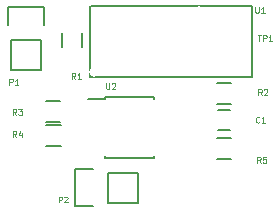
<source format=gbr>
G04 #@! TF.FileFunction,Legend,Top*
%FSLAX46Y46*%
G04 Gerber Fmt 4.6, Leading zero omitted, Abs format (unit mm)*
G04 Created by KiCad (PCBNEW 0.201506122246+5743~23~ubuntu14.10.1-product) date Sun 14 Jun 2015 08:35:05 PM EDT*
%MOMM*%
G01*
G04 APERTURE LIST*
%ADD10C,0.100000*%
%ADD11C,0.150000*%
%ADD12R,1.500000X1.250000*%
%ADD13R,2.032000X2.032000*%
%ADD14O,2.032000X2.032000*%
%ADD15R,1.300000X1.500000*%
%ADD16R,1.500000X1.300000*%
%ADD17R,1.550000X0.600000*%
%ADD18C,0.800000*%
%ADD19C,1.400000*%
%ADD20C,1.524000*%
G04 APERTURE END LIST*
D10*
D11*
X169206800Y-93434800D02*
X168206800Y-93434800D01*
X168206800Y-95134800D02*
X169206800Y-95134800D01*
X153212800Y-87528400D02*
X153212800Y-90068400D01*
X153492800Y-84708400D02*
X153492800Y-86258400D01*
X153212800Y-87528400D02*
X150672800Y-87528400D01*
X150392800Y-86258400D02*
X150392800Y-84708400D01*
X150392800Y-84708400D02*
X153492800Y-84708400D01*
X150672800Y-87528400D02*
X150672800Y-90068400D01*
X150672800Y-90068400D02*
X153212800Y-90068400D01*
X158902400Y-98755200D02*
X161442400Y-98755200D01*
X156082400Y-98475200D02*
X157632400Y-98475200D01*
X158902400Y-98755200D02*
X158902400Y-101295200D01*
X157632400Y-101575200D02*
X156082400Y-101575200D01*
X156082400Y-101575200D02*
X156082400Y-98475200D01*
X158902400Y-101295200D02*
X161442400Y-101295200D01*
X161442400Y-101295200D02*
X161442400Y-98755200D01*
X156729400Y-86928400D02*
X156729400Y-88128400D01*
X154979400Y-88128400D02*
X154979400Y-86928400D01*
X169306800Y-92924600D02*
X168106800Y-92924600D01*
X168106800Y-91174600D02*
X169306800Y-91174600D01*
X154828800Y-94448600D02*
X153628800Y-94448600D01*
X153628800Y-92698600D02*
X154828800Y-92698600D01*
X153679600Y-94730600D02*
X154879600Y-94730600D01*
X154879600Y-96480600D02*
X153679600Y-96480600D01*
X168106800Y-95848200D02*
X169306800Y-95848200D01*
X169306800Y-97598200D02*
X168106800Y-97598200D01*
X158605400Y-92370200D02*
X158605400Y-92515200D01*
X162755400Y-92370200D02*
X162755400Y-92515200D01*
X162755400Y-97520200D02*
X162755400Y-97375200D01*
X158605400Y-97520200D02*
X158605400Y-97375200D01*
X158605400Y-92370200D02*
X162755400Y-92370200D01*
X158605400Y-97520200D02*
X162755400Y-97520200D01*
X158605400Y-92515200D02*
X157205400Y-92515200D01*
X157474500Y-84630000D02*
X171074500Y-84630000D01*
X171074500Y-84630000D02*
X171074500Y-90630000D01*
X171074500Y-90630000D02*
X157474500Y-90630000D01*
X157374500Y-84630000D02*
X157374500Y-90630000D01*
D10*
X171722267Y-94463371D02*
X171698457Y-94487181D01*
X171627029Y-94510990D01*
X171579410Y-94510990D01*
X171507981Y-94487181D01*
X171460362Y-94439562D01*
X171436553Y-94391943D01*
X171412743Y-94296705D01*
X171412743Y-94225276D01*
X171436553Y-94130038D01*
X171460362Y-94082419D01*
X171507981Y-94034800D01*
X171579410Y-94010990D01*
X171627029Y-94010990D01*
X171698457Y-94034800D01*
X171722267Y-94058610D01*
X172198457Y-94510990D02*
X171912743Y-94510990D01*
X172055600Y-94510990D02*
X172055600Y-94010990D01*
X172007981Y-94082419D01*
X171960362Y-94130038D01*
X171912743Y-94153848D01*
X150557753Y-91310590D02*
X150557753Y-90810590D01*
X150748229Y-90810590D01*
X150795848Y-90834400D01*
X150819657Y-90858210D01*
X150843467Y-90905829D01*
X150843467Y-90977257D01*
X150819657Y-91024876D01*
X150795848Y-91048686D01*
X150748229Y-91072495D01*
X150557753Y-91072495D01*
X151319657Y-91310590D02*
X151033943Y-91310590D01*
X151176800Y-91310590D02*
X151176800Y-90810590D01*
X151129181Y-90882019D01*
X151081562Y-90929638D01*
X151033943Y-90953448D01*
X154723353Y-101267390D02*
X154723353Y-100767390D01*
X154913829Y-100767390D01*
X154961448Y-100791200D01*
X154985257Y-100815010D01*
X155009067Y-100862629D01*
X155009067Y-100934057D01*
X154985257Y-100981676D01*
X154961448Y-101005486D01*
X154913829Y-101029295D01*
X154723353Y-101029295D01*
X155199543Y-100815010D02*
X155223353Y-100791200D01*
X155270972Y-100767390D01*
X155390019Y-100767390D01*
X155437638Y-100791200D01*
X155461448Y-100815010D01*
X155485257Y-100862629D01*
X155485257Y-100910248D01*
X155461448Y-100981676D01*
X155175734Y-101267390D01*
X155485257Y-101267390D01*
X156126667Y-90802590D02*
X155960000Y-90564495D01*
X155840953Y-90802590D02*
X155840953Y-90302590D01*
X156031429Y-90302590D01*
X156079048Y-90326400D01*
X156102857Y-90350210D01*
X156126667Y-90397829D01*
X156126667Y-90469257D01*
X156102857Y-90516876D01*
X156079048Y-90540686D01*
X156031429Y-90564495D01*
X155840953Y-90564495D01*
X156602857Y-90802590D02*
X156317143Y-90802590D01*
X156460000Y-90802590D02*
X156460000Y-90302590D01*
X156412381Y-90374019D01*
X156364762Y-90421638D01*
X156317143Y-90445448D01*
X171925467Y-92174190D02*
X171758800Y-91936095D01*
X171639753Y-92174190D02*
X171639753Y-91674190D01*
X171830229Y-91674190D01*
X171877848Y-91698000D01*
X171901657Y-91721810D01*
X171925467Y-91769429D01*
X171925467Y-91840857D01*
X171901657Y-91888476D01*
X171877848Y-91912286D01*
X171830229Y-91936095D01*
X171639753Y-91936095D01*
X172115943Y-91721810D02*
X172139753Y-91698000D01*
X172187372Y-91674190D01*
X172306419Y-91674190D01*
X172354038Y-91698000D01*
X172377848Y-91721810D01*
X172401657Y-91769429D01*
X172401657Y-91817048D01*
X172377848Y-91888476D01*
X172092134Y-92174190D01*
X172401657Y-92174190D01*
X151148267Y-93850590D02*
X150981600Y-93612495D01*
X150862553Y-93850590D02*
X150862553Y-93350590D01*
X151053029Y-93350590D01*
X151100648Y-93374400D01*
X151124457Y-93398210D01*
X151148267Y-93445829D01*
X151148267Y-93517257D01*
X151124457Y-93564876D01*
X151100648Y-93588686D01*
X151053029Y-93612495D01*
X150862553Y-93612495D01*
X151314934Y-93350590D02*
X151624457Y-93350590D01*
X151457791Y-93541067D01*
X151529219Y-93541067D01*
X151576838Y-93564876D01*
X151600648Y-93588686D01*
X151624457Y-93636305D01*
X151624457Y-93755352D01*
X151600648Y-93802971D01*
X151576838Y-93826781D01*
X151529219Y-93850590D01*
X151386362Y-93850590D01*
X151338743Y-93826781D01*
X151314934Y-93802971D01*
X151148267Y-95730190D02*
X150981600Y-95492095D01*
X150862553Y-95730190D02*
X150862553Y-95230190D01*
X151053029Y-95230190D01*
X151100648Y-95254000D01*
X151124457Y-95277810D01*
X151148267Y-95325429D01*
X151148267Y-95396857D01*
X151124457Y-95444476D01*
X151100648Y-95468286D01*
X151053029Y-95492095D01*
X150862553Y-95492095D01*
X151576838Y-95396857D02*
X151576838Y-95730190D01*
X151457791Y-95206381D02*
X151338743Y-95563524D01*
X151648267Y-95563524D01*
X171823867Y-97914590D02*
X171657200Y-97676495D01*
X171538153Y-97914590D02*
X171538153Y-97414590D01*
X171728629Y-97414590D01*
X171776248Y-97438400D01*
X171800057Y-97462210D01*
X171823867Y-97509829D01*
X171823867Y-97581257D01*
X171800057Y-97628876D01*
X171776248Y-97652686D01*
X171728629Y-97676495D01*
X171538153Y-97676495D01*
X172276248Y-97414590D02*
X172038153Y-97414590D01*
X172014343Y-97652686D01*
X172038153Y-97628876D01*
X172085772Y-97605067D01*
X172204819Y-97605067D01*
X172252438Y-97628876D01*
X172276248Y-97652686D01*
X172300057Y-97700305D01*
X172300057Y-97819352D01*
X172276248Y-97866971D01*
X172252438Y-97890781D01*
X172204819Y-97914590D01*
X172085772Y-97914590D01*
X172038153Y-97890781D01*
X172014343Y-97866971D01*
X158724648Y-91166190D02*
X158724648Y-91570952D01*
X158748457Y-91618571D01*
X158772267Y-91642381D01*
X158819886Y-91666190D01*
X158915124Y-91666190D01*
X158962743Y-91642381D01*
X158986552Y-91618571D01*
X159010362Y-91570952D01*
X159010362Y-91166190D01*
X159224648Y-91213810D02*
X159248458Y-91190000D01*
X159296077Y-91166190D01*
X159415124Y-91166190D01*
X159462743Y-91190000D01*
X159486553Y-91213810D01*
X159510362Y-91261429D01*
X159510362Y-91309048D01*
X159486553Y-91380476D01*
X159200839Y-91666190D01*
X159510362Y-91666190D01*
X171373848Y-84714590D02*
X171373848Y-85119352D01*
X171397657Y-85166971D01*
X171421467Y-85190781D01*
X171469086Y-85214590D01*
X171564324Y-85214590D01*
X171611943Y-85190781D01*
X171635752Y-85166971D01*
X171659562Y-85119352D01*
X171659562Y-84714590D01*
X172159562Y-85214590D02*
X171873848Y-85214590D01*
X172016705Y-85214590D02*
X172016705Y-84714590D01*
X171969086Y-84786019D01*
X171921467Y-84833638D01*
X171873848Y-84857448D01*
X171581048Y-87102190D02*
X171866762Y-87102190D01*
X171723905Y-87602190D02*
X171723905Y-87102190D01*
X172033429Y-87602190D02*
X172033429Y-87102190D01*
X172223905Y-87102190D01*
X172271524Y-87126000D01*
X172295333Y-87149810D01*
X172319143Y-87197429D01*
X172319143Y-87268857D01*
X172295333Y-87316476D01*
X172271524Y-87340286D01*
X172223905Y-87364095D01*
X172033429Y-87364095D01*
X172795333Y-87602190D02*
X172509619Y-87602190D01*
X172652476Y-87602190D02*
X172652476Y-87102190D01*
X172604857Y-87173619D01*
X172557238Y-87221238D01*
X172509619Y-87245048D01*
%LPC*%
D12*
X167456800Y-94284800D03*
X169956800Y-94284800D03*
D13*
X151942800Y-86258400D03*
D14*
X151942800Y-88798400D03*
D13*
X157632400Y-100025200D03*
D14*
X160172400Y-100025200D03*
D15*
X155854400Y-88878400D03*
X155854400Y-86178400D03*
D16*
X167356800Y-92049600D03*
X170056800Y-92049600D03*
X152878800Y-93573600D03*
X155578800Y-93573600D03*
X155629600Y-95605600D03*
X152929600Y-95605600D03*
X170056800Y-96723200D03*
X167356800Y-96723200D03*
D17*
X157980400Y-93040200D03*
X157980400Y-94310200D03*
X157980400Y-95580200D03*
X157980400Y-96850200D03*
X163380400Y-96850200D03*
X163380400Y-95580200D03*
X163380400Y-94310200D03*
X163380400Y-93040200D03*
D18*
X166624500Y-85030000D03*
X157674500Y-90230000D03*
D19*
X159274500Y-88900000D03*
X159274500Y-86360000D03*
X169274500Y-88900000D03*
X169274500Y-86360000D03*
D20*
X172466000Y-88900000D03*
M02*

</source>
